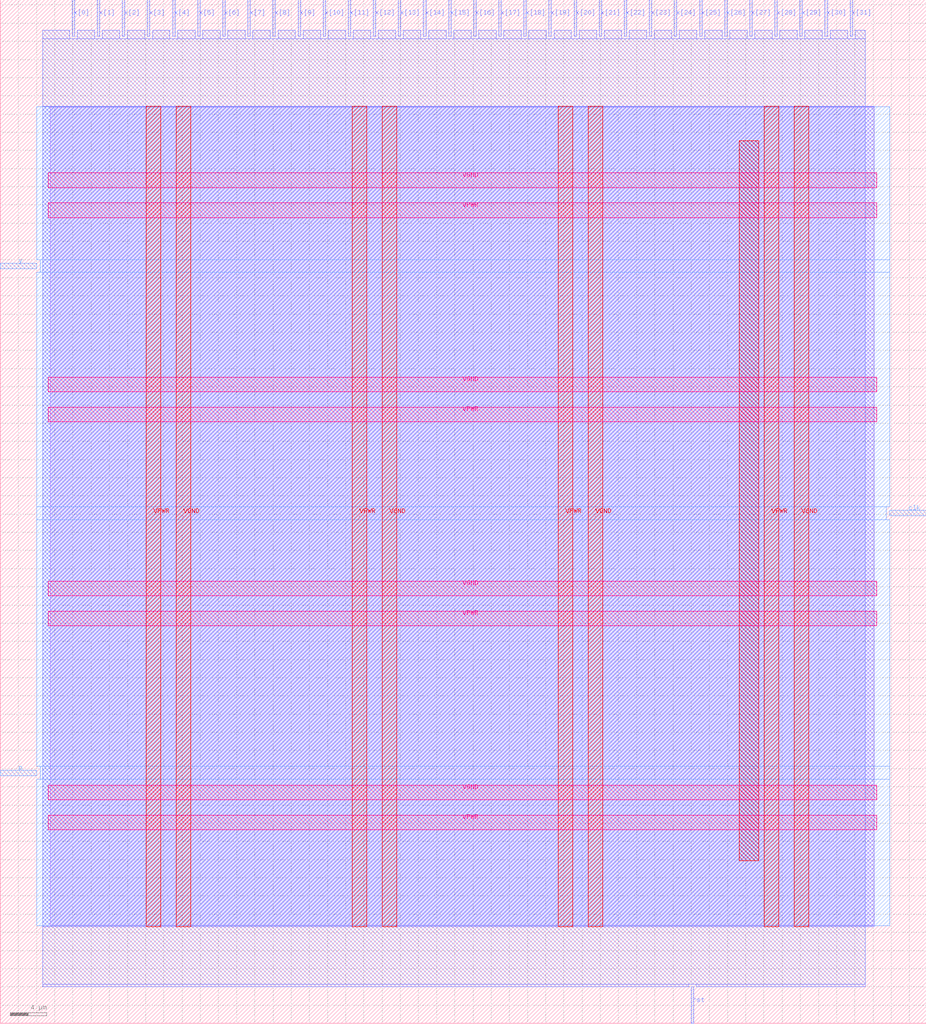
<source format=lef>
VERSION 5.7 ;
  NOWIREEXTENSIONATPIN ON ;
  DIVIDERCHAR "/" ;
  BUSBITCHARS "[]" ;
MACRO spm
  CLASS BLOCK ;
  FOREIGN spm ;
  ORIGIN 0.000 0.000 ;
  SIZE 101.850 BY 112.570 ;
  PIN VGND
    USE GROUND ;
    PORT
      LAYER met5 ;
        RECT 5.280 91.920 96.380 93.520 ;
    END
    PORT
      LAYER met5 ;
        RECT 5.280 69.480 96.380 71.080 ;
    END
    PORT
      LAYER met5 ;
        RECT 5.280 47.040 96.380 48.640 ;
    END
    PORT
      LAYER met5 ;
        RECT 5.280 24.600 96.380 26.200 ;
    END
    PORT
      LAYER met4 ;
        RECT 87.310 10.640 88.910 100.880 ;
    END
    PORT
      LAYER met4 ;
        RECT 64.655 10.640 66.255 100.880 ;
    END
    PORT
      LAYER met4 ;
        RECT 42.000 10.640 43.600 100.880 ;
    END
    PORT
      LAYER met4 ;
        RECT 19.345 10.640 20.945 100.880 ;
    END
  END VGND
  PIN VPWR
    USE POWER ;
    PORT
      LAYER met5 ;
        RECT 5.280 88.620 96.380 90.220 ;
    END
    PORT
      LAYER met5 ;
        RECT 5.280 66.180 96.380 67.780 ;
    END
    PORT
      LAYER met5 ;
        RECT 5.280 43.740 96.380 45.340 ;
    END
    PORT
      LAYER met5 ;
        RECT 5.280 21.300 96.380 22.900 ;
    END
    PORT
      LAYER met4 ;
        RECT 84.010 10.640 85.610 100.880 ;
    END
    PORT
      LAYER met4 ;
        RECT 61.355 10.640 62.955 100.880 ;
    END
    PORT
      LAYER met4 ;
        RECT 38.700 10.640 40.300 100.880 ;
    END
    PORT
      LAYER met4 ;
        RECT 16.045 10.640 17.645 100.880 ;
    END
  END VPWR
  PIN clk
    PORT
      LAYER met3 ;
        RECT 97.850 55.800 101.850 56.400 ;
    END
  END clk
  PIN p
    PORT
      LAYER met3 ;
        RECT 0.000 27.240 4.000 27.840 ;
    END
  END p
  PIN rst
    PORT
      LAYER met2 ;
        RECT 75.990 0.000 76.270 4.000 ;
    END
  END rst
  PIN x[0]
    PORT
      LAYER met2 ;
        RECT 7.910 108.570 8.190 112.570 ;
    END
  END x[0]
  PIN x[10]
    PORT
      LAYER met2 ;
        RECT 35.510 108.570 35.790 112.570 ;
    END
  END x[10]
  PIN x[11]
    PORT
      LAYER met2 ;
        RECT 38.270 108.570 38.550 112.570 ;
    END
  END x[11]
  PIN x[12]
    PORT
      LAYER met2 ;
        RECT 41.030 108.570 41.310 112.570 ;
    END
  END x[12]
  PIN x[13]
    PORT
      LAYER met2 ;
        RECT 43.790 108.570 44.070 112.570 ;
    END
  END x[13]
  PIN x[14]
    PORT
      LAYER met2 ;
        RECT 46.550 108.570 46.830 112.570 ;
    END
  END x[14]
  PIN x[15]
    PORT
      LAYER met2 ;
        RECT 49.310 108.570 49.590 112.570 ;
    END
  END x[15]
  PIN x[16]
    PORT
      LAYER met2 ;
        RECT 52.070 108.570 52.350 112.570 ;
    END
  END x[16]
  PIN x[17]
    PORT
      LAYER met2 ;
        RECT 54.830 108.570 55.110 112.570 ;
    END
  END x[17]
  PIN x[18]
    PORT
      LAYER met2 ;
        RECT 57.590 108.570 57.870 112.570 ;
    END
  END x[18]
  PIN x[19]
    PORT
      LAYER met2 ;
        RECT 60.350 108.570 60.630 112.570 ;
    END
  END x[19]
  PIN x[1]
    PORT
      LAYER met2 ;
        RECT 10.670 108.570 10.950 112.570 ;
    END
  END x[1]
  PIN x[20]
    PORT
      LAYER met2 ;
        RECT 63.110 108.570 63.390 112.570 ;
    END
  END x[20]
  PIN x[21]
    PORT
      LAYER met2 ;
        RECT 65.870 108.570 66.150 112.570 ;
    END
  END x[21]
  PIN x[22]
    PORT
      LAYER met2 ;
        RECT 68.630 108.570 68.910 112.570 ;
    END
  END x[22]
  PIN x[23]
    PORT
      LAYER met2 ;
        RECT 71.390 108.570 71.670 112.570 ;
    END
  END x[23]
  PIN x[24]
    PORT
      LAYER met2 ;
        RECT 74.150 108.570 74.430 112.570 ;
    END
  END x[24]
  PIN x[25]
    PORT
      LAYER met2 ;
        RECT 76.910 108.570 77.190 112.570 ;
    END
  END x[25]
  PIN x[26]
    PORT
      LAYER met2 ;
        RECT 79.670 108.570 79.950 112.570 ;
    END
  END x[26]
  PIN x[27]
    PORT
      LAYER met2 ;
        RECT 82.430 108.570 82.710 112.570 ;
    END
  END x[27]
  PIN x[28]
    PORT
      LAYER met2 ;
        RECT 85.190 108.570 85.470 112.570 ;
    END
  END x[28]
  PIN x[29]
    PORT
      LAYER met2 ;
        RECT 87.950 108.570 88.230 112.570 ;
    END
  END x[29]
  PIN x[2]
    PORT
      LAYER met2 ;
        RECT 13.430 108.570 13.710 112.570 ;
    END
  END x[2]
  PIN x[30]
    PORT
      LAYER met2 ;
        RECT 90.710 108.570 90.990 112.570 ;
    END
  END x[30]
  PIN x[31]
    PORT
      LAYER met2 ;
        RECT 93.470 108.570 93.750 112.570 ;
    END
  END x[31]
  PIN x[3]
    PORT
      LAYER met2 ;
        RECT 16.190 108.570 16.470 112.570 ;
    END
  END x[3]
  PIN x[4]
    PORT
      LAYER met2 ;
        RECT 18.950 108.570 19.230 112.570 ;
    END
  END x[4]
  PIN x[5]
    PORT
      LAYER met2 ;
        RECT 21.710 108.570 21.990 112.570 ;
    END
  END x[5]
  PIN x[6]
    PORT
      LAYER met2 ;
        RECT 24.470 108.570 24.750 112.570 ;
    END
  END x[6]
  PIN x[7]
    PORT
      LAYER met2 ;
        RECT 27.230 108.570 27.510 112.570 ;
    END
  END x[7]
  PIN x[8]
    PORT
      LAYER met2 ;
        RECT 29.990 108.570 30.270 112.570 ;
    END
  END x[8]
  PIN x[9]
    PORT
      LAYER met2 ;
        RECT 32.750 108.570 33.030 112.570 ;
    END
  END x[9]
  PIN y
    PORT
      LAYER met3 ;
        RECT 0.000 83.000 4.000 83.600 ;
    END
  END y
  OBS
      LAYER li1 ;
        RECT 5.520 10.795 96.140 100.725 ;
      LAYER met1 ;
        RECT 4.670 10.640 96.140 100.880 ;
      LAYER met2 ;
        RECT 4.690 108.290 7.630 109.210 ;
        RECT 8.470 108.290 10.390 109.210 ;
        RECT 11.230 108.290 13.150 109.210 ;
        RECT 13.990 108.290 15.910 109.210 ;
        RECT 16.750 108.290 18.670 109.210 ;
        RECT 19.510 108.290 21.430 109.210 ;
        RECT 22.270 108.290 24.190 109.210 ;
        RECT 25.030 108.290 26.950 109.210 ;
        RECT 27.790 108.290 29.710 109.210 ;
        RECT 30.550 108.290 32.470 109.210 ;
        RECT 33.310 108.290 35.230 109.210 ;
        RECT 36.070 108.290 37.990 109.210 ;
        RECT 38.830 108.290 40.750 109.210 ;
        RECT 41.590 108.290 43.510 109.210 ;
        RECT 44.350 108.290 46.270 109.210 ;
        RECT 47.110 108.290 49.030 109.210 ;
        RECT 49.870 108.290 51.790 109.210 ;
        RECT 52.630 108.290 54.550 109.210 ;
        RECT 55.390 108.290 57.310 109.210 ;
        RECT 58.150 108.290 60.070 109.210 ;
        RECT 60.910 108.290 62.830 109.210 ;
        RECT 63.670 108.290 65.590 109.210 ;
        RECT 66.430 108.290 68.350 109.210 ;
        RECT 69.190 108.290 71.110 109.210 ;
        RECT 71.950 108.290 73.870 109.210 ;
        RECT 74.710 108.290 76.630 109.210 ;
        RECT 77.470 108.290 79.390 109.210 ;
        RECT 80.230 108.290 82.150 109.210 ;
        RECT 82.990 108.290 84.910 109.210 ;
        RECT 85.750 108.290 87.670 109.210 ;
        RECT 88.510 108.290 90.430 109.210 ;
        RECT 91.270 108.290 93.190 109.210 ;
        RECT 94.030 108.290 95.120 109.210 ;
        RECT 4.690 4.280 95.120 108.290 ;
        RECT 4.690 4.000 75.710 4.280 ;
        RECT 76.550 4.000 95.120 4.280 ;
      LAYER met3 ;
        RECT 4.000 84.000 97.850 100.805 ;
        RECT 4.400 82.600 97.850 84.000 ;
        RECT 4.000 56.800 97.850 82.600 ;
        RECT 4.000 55.400 97.450 56.800 ;
        RECT 4.000 28.240 97.850 55.400 ;
        RECT 4.400 26.840 97.850 28.240 ;
        RECT 4.000 10.715 97.850 26.840 ;
      LAYER met4 ;
        RECT 81.255 17.855 83.425 97.065 ;
  END
END spm
END LIBRARY


</source>
